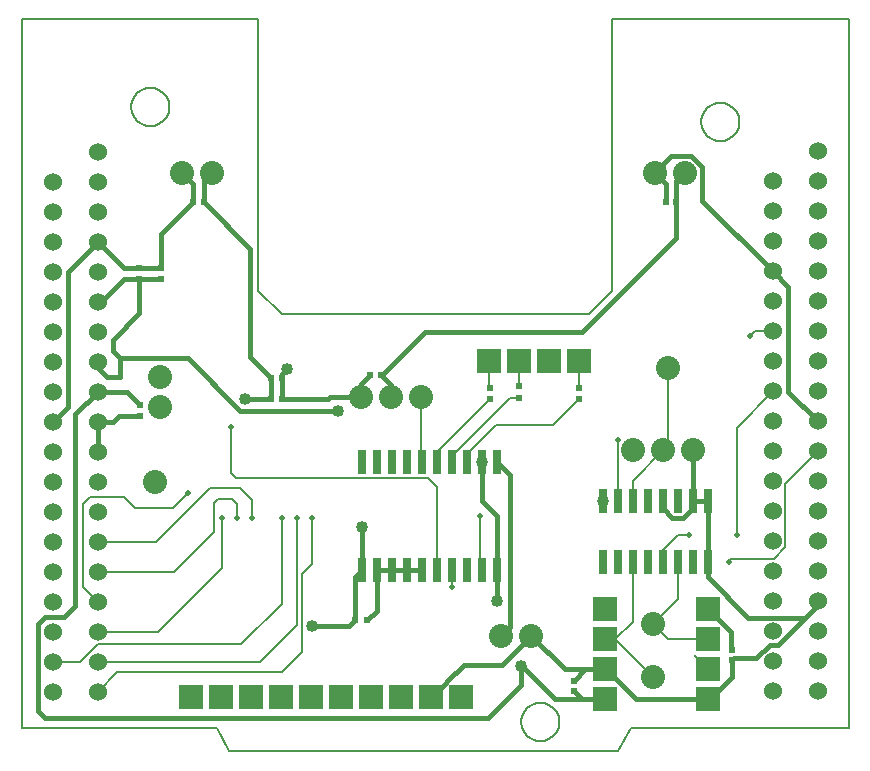
<source format=gbr>
G04 PROTEUS GERBER X2 FILE*
%TF.GenerationSoftware,Labcenter,Proteus,8.12-SP2-Build31155*%
%TF.CreationDate,2024-11-30T19:26:21+00:00*%
%TF.FileFunction,Copper,L2,Bot*%
%TF.FilePolarity,Positive*%
%TF.Part,Single*%
%TF.SameCoordinates,{e6e8286e-83a0-46e7-8d5c-4e76f455a4ca}*%
%FSLAX45Y45*%
%MOMM*%
G01*
%TA.AperFunction,Conductor*%
%ADD12C,0.203200*%
%ADD10C,0.381000*%
%ADD13C,0.152400*%
%ADD11C,0.304800*%
%TA.AperFunction,ViaPad*%
%ADD14C,1.016000*%
%ADD15C,0.508000*%
%TA.AperFunction,ComponentPad*%
%ADD17C,1.524000*%
%TA.AperFunction,ComponentPad*%
%ADD18R,2.032000X2.032000*%
%TA.AperFunction,ComponentPad*%
%ADD19C,2.032000*%
%TA.AperFunction,SMDPad,CuDef*%
%ADD71R,0.635000X2.032000*%
%TA.AperFunction,SMDPad,CuDef*%
%ADD23R,0.609600X0.558800*%
%ADD21R,0.609600X0.609600*%
%ADD24R,0.558800X0.609600*%
%TA.AperFunction,Profile*%
%ADD22C,0.203200*%
%TD.AperFunction*%
D12*
X+3511000Y+2250000D02*
X+3511000Y+2331000D01*
X+3960000Y+2780000D01*
X+3638000Y+2250000D02*
X+3638000Y+2298000D01*
X+4130000Y+2790000D01*
X+4210000Y+2790000D01*
D10*
X+3003000Y+1335600D02*
X+3003000Y+993000D01*
X+2920000Y+910000D01*
X+3257000Y+1335600D02*
X+3384000Y+1335600D01*
X+3257000Y+1335600D02*
X+3130000Y+1335600D01*
X+3003000Y+1335600D01*
D12*
X+3765000Y+2250000D02*
X+3765000Y+2315000D01*
X+4010000Y+2560000D01*
X+4500000Y+2560000D01*
X+4720000Y+2780000D01*
D10*
X+833000Y+3127000D02*
X+1404500Y+3127000D01*
X+1849000Y+2682500D01*
X+2674500Y+2682500D01*
X+990000Y+3800000D02*
X+990000Y+3508000D01*
X+769500Y+3287500D01*
X+769500Y+3190500D01*
X+833000Y+3127000D01*
X+833000Y+2969730D01*
X+717200Y+2969730D01*
X+641000Y+3045930D01*
X+641000Y+3098000D01*
X+990000Y+3800000D02*
X+860000Y+3800000D01*
X+666000Y+3606000D01*
X+641000Y+3606000D01*
X+1180000Y+3800000D02*
X+990000Y+3800000D01*
X+641000Y+2844000D02*
X+452000Y+2655000D01*
X+452000Y+1031500D01*
X+359500Y+939000D01*
X+198000Y+939000D01*
X+134500Y+875500D01*
X+134500Y+142500D01*
X+198000Y+79000D01*
X+3944500Y+79000D01*
X+4229076Y+363576D01*
X+4229076Y+525366D01*
X+641000Y+2844000D02*
X+886000Y+2844000D01*
X+1000000Y+2730000D01*
X+4056000Y+780000D02*
X+4130000Y+854000D01*
X+4130000Y+2139000D01*
X+4019000Y+2250000D01*
X+4740000Y+240000D02*
X+4670000Y+310000D01*
X+4940000Y+240000D02*
X+4740000Y+240000D01*
X+4229076Y+525366D02*
X+4231281Y+525366D01*
X+4516647Y+240000D01*
X+4740000Y+240000D01*
X+5810000Y+1004000D02*
X+5812058Y+1004000D01*
X+6004097Y+811961D01*
X+6004097Y+741405D01*
X+6004097Y+665903D01*
X+6010000Y+660000D01*
X+5540000Y+4450000D02*
X+5540000Y+4144880D01*
X+4745120Y+3350000D01*
X+3410000Y+3350000D01*
X+3050000Y+2990000D01*
X+3040000Y+2990000D01*
X+5540000Y+4450000D02*
X+5540000Y+4630000D01*
X+5610000Y+4700000D01*
X+3040000Y+2990000D02*
X+3123500Y+2906500D01*
X+3123500Y+2802800D01*
X+2110000Y+2960000D02*
X+1932135Y+3137865D01*
X+1932135Y+4057865D01*
X+1540000Y+4450000D01*
X+1540000Y+4630000D01*
X+1610000Y+4700000D01*
X+2110000Y+2780000D02*
X+2110000Y+2960000D01*
D12*
X+4720500Y+3107200D02*
X+4720500Y+2880500D01*
X+4720000Y+2880000D01*
X+5022000Y+748000D02*
X+5340000Y+430000D01*
X+5022000Y+748000D02*
X+4940000Y+748000D01*
X+5022000Y+748000D02*
X+5169500Y+895500D01*
X+5169500Y+1399650D01*
X+5340000Y+880000D02*
X+5550500Y+1090500D01*
X+5550500Y+1399650D01*
X+5340000Y+880000D02*
X+5470000Y+750000D01*
X+5810000Y+750000D01*
D10*
X+2869500Y+2802800D02*
X+2611000Y+2802800D01*
X+2588200Y+2780000D01*
X+2200000Y+2780000D01*
X+641000Y+2590000D02*
X+641000Y+2336000D01*
X+641000Y+4114000D02*
X+388500Y+3861500D01*
X+388500Y+2718500D01*
X+260000Y+2590000D01*
X+6356000Y+3864000D02*
X+6484500Y+3735500D01*
X+6484500Y+2846500D01*
X+6737000Y+2594000D01*
X+641000Y+2590000D02*
X+769500Y+2590000D01*
X+819500Y+2640000D01*
X+1000000Y+2640000D01*
X+2454500Y+862800D02*
X+2738000Y+862800D01*
X+2200000Y+2847310D02*
X+2200000Y+2873000D01*
X+2200000Y+2780000D02*
X+2200000Y+2847310D01*
X+5677500Y+1920350D02*
X+5677500Y+1860495D01*
X+5596962Y+1779957D01*
X+5504482Y+1779957D01*
X+5423500Y+1860939D01*
X+5423500Y+1920350D01*
X+5677500Y+1920350D02*
X+5804500Y+1920350D01*
X+5684000Y+2350000D02*
X+5677500Y+2343500D01*
X+5677500Y+1920350D01*
X+5804500Y+1920350D02*
X+5804500Y+1501250D01*
X+5804500Y+1399650D01*
X+6737000Y+1070000D02*
X+6737000Y+1036434D01*
X+6694366Y+993800D01*
X+6010000Y+570000D02*
X+6030000Y+590000D01*
X+6218680Y+590000D01*
X+6331710Y+703030D01*
X+6403596Y+703030D01*
X+6630566Y+930000D01*
X+6737000Y+1070000D02*
X+6694366Y+993800D01*
X+6630566Y+930000D01*
X+5804500Y+1399650D02*
X+5804500Y+1273215D01*
X+6147715Y+930000D01*
X+6630566Y+930000D01*
X+4020000Y+1070000D02*
X+4019000Y+1071000D01*
X+4019000Y+1259000D01*
X+4019000Y+1335600D02*
X+4019000Y+1259000D01*
X+2876000Y+1335600D02*
X+2820000Y+1279600D01*
X+2820000Y+910000D01*
X+2772800Y+862800D01*
X+2738000Y+862800D01*
X+6356000Y+3864000D02*
X+5760000Y+4460000D01*
X+5760000Y+4750000D01*
X+5668672Y+4841328D01*
X+5497328Y+4841328D01*
X+5356000Y+4700000D01*
X+5450000Y+4606000D01*
X+5450000Y+4450000D01*
X+1180000Y+3890000D02*
X+1180000Y+4180000D01*
X+1450000Y+4450000D01*
X+1450000Y+4606000D01*
X+1356000Y+4700000D01*
X+1180000Y+3890000D02*
X+990000Y+3890000D01*
X+641000Y+4114000D02*
X+865000Y+3890000D01*
X+990000Y+3890000D01*
X+4019000Y+1335600D02*
X+4019000Y+1791000D01*
X+3892000Y+1918000D01*
X+3892000Y+2250000D01*
X+4764000Y+494000D02*
X+4670000Y+400000D01*
X+4940000Y+494000D02*
X+4764000Y+494000D01*
X+4310000Y+780000D02*
X+4596000Y+494000D01*
X+4764000Y+494000D01*
X+5810000Y+242000D02*
X+5196682Y+242000D01*
X+4944682Y+494000D01*
X+4940000Y+494000D01*
X+5810000Y+242000D02*
X+5825915Y+242000D01*
X+6010000Y+426085D01*
X+6010000Y+570000D01*
X+2869500Y+2802800D02*
X+2869500Y+2909500D01*
X+2950000Y+2990000D01*
X+2200000Y+2960000D02*
X+2200000Y+2873000D01*
X+2200000Y+2960000D02*
X+2200000Y+2993205D01*
X+2247529Y+3040734D01*
D12*
X+3958500Y+3107200D02*
X+3958500Y+2881500D01*
X+3960000Y+2880000D01*
X+1404500Y+1984000D02*
X+1277500Y+1857000D01*
X+960000Y+1857000D01*
X+862000Y+1955000D01*
X+579000Y+1955000D01*
X+515500Y+1891500D01*
X+515500Y+1191500D01*
X+641000Y+1066000D01*
X+6167000Y+3317500D02*
X+6205500Y+3356000D01*
X+6356000Y+3356000D01*
X+3881000Y+1793500D02*
X+3881000Y+1423500D01*
X+3892000Y+1412500D01*
X+3892000Y+1335600D01*
X+3377500Y+2802800D02*
X+3377500Y+2256500D01*
X+3384000Y+2250000D01*
X+4212500Y+3107200D02*
X+4212500Y+2892500D01*
X+4210000Y+2890000D01*
X+5430000Y+2350000D02*
X+5169500Y+2089500D01*
X+5169500Y+1920350D01*
X+5430000Y+2350000D02*
X+5470000Y+2390000D01*
X+5470000Y+3050000D01*
X+641000Y+812000D02*
X+1152001Y+812000D01*
X+1692500Y+1352499D01*
X+1692500Y+1777200D01*
X+641000Y+1320000D02*
X+1284707Y+1320000D01*
X+1625821Y+1661114D01*
X+1625821Y+1899238D01*
X+1662201Y+1935618D01*
X+1776671Y+1935618D01*
X+1819500Y+1892789D01*
X+1819500Y+1777200D01*
X+641000Y+1574000D02*
X+1136313Y+1574000D01*
X+1589174Y+2026861D01*
X+1849432Y+2026861D01*
X+1948182Y+1928111D01*
X+1948182Y+1778882D01*
X+1946500Y+1777200D01*
X+641000Y+304000D02*
X+807000Y+470000D01*
X+2199999Y+470000D01*
X+2374689Y+644690D01*
X+2374689Y+1304689D01*
X+2454500Y+1384500D01*
X+2454500Y+1777200D01*
X+641000Y+558000D02*
X+2013291Y+558000D01*
X+2329556Y+874265D01*
X+2329556Y+1775144D01*
X+2327500Y+1777200D01*
X+260000Y+558000D02*
X+491750Y+558000D01*
X+640655Y+706905D01*
X+1856905Y+706905D01*
X+2200000Y+1050000D01*
X+2200000Y+1776701D01*
X+2200499Y+1777200D01*
D10*
X+2110000Y+2780000D02*
X+1896150Y+2780000D01*
X+1889650Y+2786500D01*
X+2876000Y+1335600D02*
X+2876000Y+1696000D01*
X+2880500Y+1700500D01*
D12*
X+3770597Y+1335600D02*
X+3765000Y+1335600D01*
X+5698000Y+608000D02*
X+5710536Y+620536D01*
X+5698000Y+608000D02*
X+5810000Y+496000D01*
X+5423500Y+1399650D02*
X+5423500Y+1503500D01*
X+5556007Y+1636007D01*
X+5647570Y+1636007D01*
X+6050000Y+1630000D02*
X+6050000Y+2542000D01*
X+6356000Y+2848000D01*
X+6737000Y+2340000D02*
X+6460000Y+2063000D01*
X+6460000Y+1834885D01*
D13*
X+6460000Y+1829115D01*
D12*
X+6460000Y+1656092D01*
X+6462051Y+1654041D01*
X+6462051Y+1528375D01*
X+6363676Y+1430000D01*
X+6003746Y+1430000D01*
X+5990000Y+1400000D01*
X+3637907Y+1187968D02*
X+3637907Y+1335507D01*
X+3638000Y+1335600D01*
X+1770000Y+2550000D02*
X+1770000Y+2157320D01*
X+1816320Y+2111000D01*
X+3436500Y+2111000D01*
X+3511000Y+2036500D01*
X+3511000Y+1335600D01*
X+5046654Y+2434814D02*
X+5046654Y+2354933D01*
D13*
X+5046654Y+2345067D01*
D12*
X+5046654Y+1966402D01*
X+5042500Y+1962248D01*
X+5042500Y+1920350D01*
D10*
X+3466000Y+260000D02*
X+3587586Y+381591D01*
D11*
X+3598406Y+392412D01*
D10*
X+3741393Y+535393D01*
X+4065393Y+535393D01*
X+4310000Y+780000D01*
D14*
X+2674500Y+2682500D03*
X+4915500Y+1920350D03*
X+4229076Y+525366D03*
X+4020000Y+1070000D03*
X+2454500Y+862800D03*
X+3892000Y+2250000D03*
X+2247529Y+3040734D03*
D15*
X+1404500Y+1984000D03*
X+6167000Y+3317500D03*
X+3881000Y+1793500D03*
X+1692500Y+1777200D03*
X+1819500Y+1777200D03*
X+1946500Y+1777200D03*
X+2454500Y+1777200D03*
X+2327500Y+1777200D03*
X+2200499Y+1777200D03*
D14*
X+1889650Y+2786500D03*
X+2880500Y+1700500D03*
D15*
X+3770597Y+1335600D03*
X+5647570Y+1636007D03*
X+6050000Y+1630000D03*
X+5990000Y+1400000D03*
X+5042500Y+1399650D03*
X+3637907Y+1187968D03*
X+1770000Y+2550000D03*
X+5046654Y+2434814D03*
D17*
X+641000Y+4876000D03*
X+260000Y+4622000D03*
X+641000Y+4622000D03*
X+260000Y+4368000D03*
X+641000Y+4368000D03*
X+260000Y+4114000D03*
X+641000Y+4114000D03*
X+260000Y+3860000D03*
X+641000Y+3860000D03*
X+260000Y+3606000D03*
X+641000Y+3606000D03*
X+260000Y+3352000D03*
X+641000Y+3352000D03*
X+260000Y+3098000D03*
X+641000Y+3098000D03*
X+260000Y+2844000D03*
X+641000Y+2844000D03*
X+260000Y+2590000D03*
X+641000Y+2590000D03*
X+260000Y+2336000D03*
X+641000Y+2336000D03*
X+260000Y+2082000D03*
X+641000Y+2082000D03*
X+260000Y+1828000D03*
X+641000Y+1828000D03*
X+260000Y+1574000D03*
X+641000Y+1574000D03*
X+260000Y+1320000D03*
X+641000Y+1320000D03*
X+260000Y+1066000D03*
X+641000Y+1066000D03*
X+260000Y+812000D03*
X+641000Y+812000D03*
X+260000Y+558000D03*
X+641000Y+558000D03*
X+260000Y+304000D03*
X+641000Y+304000D03*
X+6737000Y+4880000D03*
X+6356000Y+4626000D03*
X+6737000Y+4626000D03*
X+6356000Y+4372000D03*
X+6737000Y+4372000D03*
X+6356000Y+4118000D03*
X+6737000Y+4118000D03*
X+6356000Y+3864000D03*
X+6737000Y+3864000D03*
X+6356000Y+3610000D03*
X+6737000Y+3610000D03*
X+6356000Y+3356000D03*
X+6737000Y+3356000D03*
X+6356000Y+3102000D03*
X+6737000Y+3102000D03*
X+6356000Y+2848000D03*
X+6737000Y+2848000D03*
X+6356000Y+2594000D03*
X+6737000Y+2594000D03*
X+6356000Y+2340000D03*
X+6737000Y+2340000D03*
X+6356000Y+2086000D03*
X+6737000Y+2086000D03*
X+6356000Y+1832000D03*
X+6737000Y+1832000D03*
X+6356000Y+1578000D03*
X+6737000Y+1578000D03*
X+6356000Y+1324000D03*
X+6737000Y+1324000D03*
X+6356000Y+1070000D03*
X+6737000Y+1070000D03*
X+6356000Y+816000D03*
X+6737000Y+816000D03*
X+6356000Y+562000D03*
X+6737000Y+562000D03*
X+6356000Y+308000D03*
X+6737000Y+308000D03*
D18*
X+3720000Y+260000D03*
X+3466000Y+260000D03*
X+3212000Y+260000D03*
X+2958000Y+260000D03*
X+2704000Y+260000D03*
X+2450000Y+260000D03*
X+2196000Y+260000D03*
X+1942000Y+260000D03*
X+1688000Y+260000D03*
X+1434000Y+260000D03*
D19*
X+1610000Y+4700000D03*
X+1356000Y+4700000D03*
X+2869500Y+2802800D03*
X+3123500Y+2802800D03*
X+3377500Y+2802800D03*
X+1170000Y+2974000D03*
X+1170000Y+2720000D03*
D18*
X+4720500Y+3107200D03*
X+4466500Y+3107200D03*
X+4212500Y+3107200D03*
X+3958500Y+3107200D03*
D19*
X+5176000Y+2350000D03*
X+5430000Y+2350000D03*
X+5684000Y+2350000D03*
D18*
X+5810000Y+242000D03*
X+5810000Y+496000D03*
X+5810000Y+750000D03*
X+5810000Y+1004000D03*
D19*
X+4056000Y+780000D03*
X+4310000Y+780000D03*
D18*
X+4940000Y+240000D03*
X+4940000Y+494000D03*
X+4940000Y+748000D03*
X+4940000Y+1002000D03*
D19*
X+5610000Y+4700000D03*
X+5356000Y+4700000D03*
D71*
X+4915500Y+1920350D03*
X+5042500Y+1920350D03*
X+5169500Y+1920350D03*
X+5296500Y+1920350D03*
X+5423500Y+1920350D03*
X+5550500Y+1920350D03*
X+5677500Y+1920350D03*
X+5804500Y+1920350D03*
X+5804500Y+1399650D03*
X+5677500Y+1399650D03*
X+5550500Y+1399650D03*
X+5423500Y+1399650D03*
X+5296500Y+1399650D03*
X+5169500Y+1399650D03*
X+5042500Y+1399650D03*
X+4915500Y+1399650D03*
X+4019000Y+1335600D03*
X+3892000Y+1335600D03*
X+3765000Y+1335600D03*
X+3638000Y+1335600D03*
X+3511000Y+1335600D03*
X+3384000Y+1335600D03*
X+3257000Y+1335600D03*
X+3130000Y+1335600D03*
X+3003000Y+1335600D03*
X+2876000Y+1335600D03*
X+2876000Y+2250000D03*
X+3003000Y+2250000D03*
X+3130000Y+2250000D03*
X+3257000Y+2250000D03*
X+3384000Y+2250000D03*
X+3511000Y+2250000D03*
X+3638000Y+2250000D03*
X+3765000Y+2250000D03*
X+3892000Y+2250000D03*
X+4019000Y+2250000D03*
D23*
X+3960000Y+2880000D03*
X+3960000Y+2780000D03*
X+4210000Y+2890000D03*
X+4210000Y+2790000D03*
X+4720000Y+2880000D03*
X+4720000Y+2780000D03*
D21*
X+2110000Y+2780000D03*
X+2200000Y+2780000D03*
X+2110000Y+2960000D03*
X+2200000Y+2960000D03*
X+990000Y+3800000D03*
X+990000Y+3890000D03*
X+1180000Y+3800000D03*
X+1180000Y+3890000D03*
X+1000000Y+2730000D03*
X+1000000Y+2640000D03*
X+5540000Y+4450000D03*
X+5450000Y+4450000D03*
X+1540000Y+4450000D03*
X+1450000Y+4450000D03*
D24*
X+2920000Y+910000D03*
X+2820000Y+910000D03*
D21*
X+6010000Y+660000D03*
X+6010000Y+570000D03*
X+4670000Y+310000D03*
X+4670000Y+400000D03*
D19*
X+5340000Y+880000D03*
X+5340000Y+430000D03*
X+5470000Y+3050000D03*
X+1130000Y+2080000D03*
D21*
X+3040000Y+2990000D03*
X+2950000Y+2990000D03*
D22*
X+0Y+0D02*
X+1650000Y+0D01*
X+7000000Y+0D02*
X+7000000Y+6000000D01*
X+5000000Y+6000000D01*
X+5000000Y+3700000D01*
X+4800000Y+3500000D01*
X+2200000Y+3500000D01*
X+2000000Y+3700000D02*
X+2000000Y+6000000D01*
X+0Y+6000000D01*
X+0Y+0D01*
X+2000000Y+3700000D02*
X+2200000Y+3500000D01*
X+5160000Y+0D02*
X+7000000Y+0D01*
X+1750000Y-200000D02*
X+5050000Y-200000D01*
X+1650000Y+0D02*
X+1750000Y-200000D01*
X+5160000Y+0D02*
X+5050000Y-200000D01*
X+4550045Y+50000D02*
X+4549508Y+63142D01*
X+4545144Y+89427D01*
X+4536029Y+115712D01*
X+4521182Y+141997D01*
X+4498470Y+168118D01*
X+4472185Y+187898D01*
X+4445900Y+200658D01*
X+4419615Y+208108D01*
X+4393330Y+210987D01*
X+4389000Y+211045D01*
X+4227955Y+50000D02*
X+4228492Y+63142D01*
X+4232856Y+89427D01*
X+4241971Y+115712D01*
X+4256818Y+141997D01*
X+4279530Y+168118D01*
X+4305815Y+187898D01*
X+4332100Y+200658D01*
X+4358385Y+208108D01*
X+4384670Y+210987D01*
X+4389000Y+211045D01*
X+4227955Y+50000D02*
X+4228492Y+36858D01*
X+4232856Y+10573D01*
X+4241971Y-15712D01*
X+4256818Y-41997D01*
X+4279530Y-68118D01*
X+4305815Y-87898D01*
X+4332100Y-100658D01*
X+4358385Y-108108D01*
X+4384670Y-110987D01*
X+4389000Y-111045D01*
X+4550045Y+50000D02*
X+4549508Y+36858D01*
X+4545144Y+10573D01*
X+4536029Y-15712D01*
X+4521182Y-41997D01*
X+4498470Y-68118D01*
X+4472185Y-87898D01*
X+4445900Y-100658D01*
X+4419615Y-108108D01*
X+4393330Y-110987D01*
X+4389000Y-111045D01*
X+6074045Y+5130000D02*
X+6073508Y+5143142D01*
X+6069144Y+5169427D01*
X+6060029Y+5195712D01*
X+6045182Y+5221997D01*
X+6022470Y+5248118D01*
X+5996185Y+5267898D01*
X+5969900Y+5280658D01*
X+5943615Y+5288108D01*
X+5917330Y+5290987D01*
X+5913000Y+5291045D01*
X+5751955Y+5130000D02*
X+5752492Y+5143142D01*
X+5756856Y+5169427D01*
X+5765971Y+5195712D01*
X+5780818Y+5221997D01*
X+5803530Y+5248118D01*
X+5829815Y+5267898D01*
X+5856100Y+5280658D01*
X+5882385Y+5288108D01*
X+5908670Y+5290987D01*
X+5913000Y+5291045D01*
X+5751955Y+5130000D02*
X+5752492Y+5116858D01*
X+5756856Y+5090573D01*
X+5765971Y+5064288D01*
X+5780818Y+5038003D01*
X+5803530Y+5011882D01*
X+5829815Y+4992102D01*
X+5856100Y+4979342D01*
X+5882385Y+4971892D01*
X+5908670Y+4969013D01*
X+5913000Y+4968955D01*
X+6074045Y+5130000D02*
X+6073508Y+5116858D01*
X+6069144Y+5090573D01*
X+6060029Y+5064288D01*
X+6045182Y+5038003D01*
X+6022470Y+5011882D01*
X+5996185Y+4992102D01*
X+5969900Y+4979342D01*
X+5943615Y+4971892D01*
X+5917330Y+4969013D01*
X+5913000Y+4968955D01*
X+1248045Y+5257000D02*
X+1247508Y+5270142D01*
X+1243144Y+5296427D01*
X+1234029Y+5322712D01*
X+1219182Y+5348997D01*
X+1196470Y+5375118D01*
X+1170185Y+5394898D01*
X+1143900Y+5407658D01*
X+1117615Y+5415108D01*
X+1091330Y+5417987D01*
X+1087000Y+5418045D01*
X+925955Y+5257000D02*
X+926492Y+5270142D01*
X+930856Y+5296427D01*
X+939971Y+5322712D01*
X+954818Y+5348997D01*
X+977530Y+5375118D01*
X+1003815Y+5394898D01*
X+1030100Y+5407658D01*
X+1056385Y+5415108D01*
X+1082670Y+5417987D01*
X+1087000Y+5418045D01*
X+925955Y+5257000D02*
X+926492Y+5243858D01*
X+930856Y+5217573D01*
X+939971Y+5191288D01*
X+954818Y+5165003D01*
X+977530Y+5138882D01*
X+1003815Y+5119102D01*
X+1030100Y+5106342D01*
X+1056385Y+5098892D01*
X+1082670Y+5096013D01*
X+1087000Y+5095955D01*
X+1248045Y+5257000D02*
X+1247508Y+5243858D01*
X+1243144Y+5217573D01*
X+1234029Y+5191288D01*
X+1219182Y+5165003D01*
X+1196470Y+5138882D01*
X+1170185Y+5119102D01*
X+1143900Y+5106342D01*
X+1117615Y+5098892D01*
X+1091330Y+5096013D01*
X+1087000Y+5095955D01*
M02*

</source>
